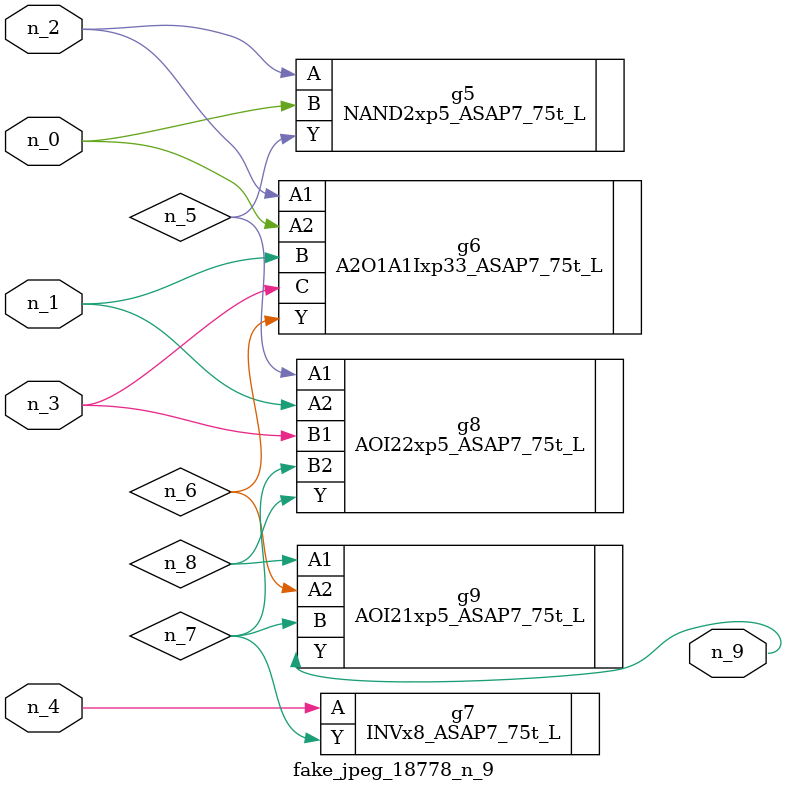
<source format=v>
module fake_jpeg_18778_n_9 (n_3, n_2, n_1, n_0, n_4, n_9);

input n_3;
input n_2;
input n_1;
input n_0;
input n_4;

output n_9;

wire n_8;
wire n_6;
wire n_5;
wire n_7;

NAND2xp5_ASAP7_75t_L g5 ( 
.A(n_2),
.B(n_0),
.Y(n_5)
);

A2O1A1Ixp33_ASAP7_75t_L g6 ( 
.A1(n_2),
.A2(n_0),
.B(n_1),
.C(n_3),
.Y(n_6)
);

INVx8_ASAP7_75t_L g7 ( 
.A(n_4),
.Y(n_7)
);

AOI22xp5_ASAP7_75t_L g8 ( 
.A1(n_5),
.A2(n_1),
.B1(n_3),
.B2(n_7),
.Y(n_8)
);

AOI21xp5_ASAP7_75t_L g9 ( 
.A1(n_8),
.A2(n_6),
.B(n_7),
.Y(n_9)
);


endmodule
</source>
